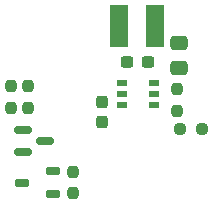
<source format=gbr>
%TF.GenerationSoftware,KiCad,Pcbnew,7.0.11-2.fc38*%
%TF.CreationDate,2024-04-05T10:11:15+02:00*%
%TF.ProjectId,WLED_Board,574c4544-5f42-46f6-9172-642e6b696361,rev?*%
%TF.SameCoordinates,Original*%
%TF.FileFunction,Paste,Bot*%
%TF.FilePolarity,Positive*%
%FSLAX46Y46*%
G04 Gerber Fmt 4.6, Leading zero omitted, Abs format (unit mm)*
G04 Created by KiCad (PCBNEW 7.0.11-2.fc38) date 2024-04-05 10:11:15*
%MOMM*%
%LPD*%
G01*
G04 APERTURE LIST*
G04 Aperture macros list*
%AMRoundRect*
0 Rectangle with rounded corners*
0 $1 Rounding radius*
0 $2 $3 $4 $5 $6 $7 $8 $9 X,Y pos of 4 corners*
0 Add a 4 corners polygon primitive as box body*
4,1,4,$2,$3,$4,$5,$6,$7,$8,$9,$2,$3,0*
0 Add four circle primitives for the rounded corners*
1,1,$1+$1,$2,$3*
1,1,$1+$1,$4,$5*
1,1,$1+$1,$6,$7*
1,1,$1+$1,$8,$9*
0 Add four rect primitives between the rounded corners*
20,1,$1+$1,$2,$3,$4,$5,0*
20,1,$1+$1,$4,$5,$6,$7,0*
20,1,$1+$1,$6,$7,$8,$9,0*
20,1,$1+$1,$8,$9,$2,$3,0*%
G04 Aperture macros list end*
%ADD10R,1.500000X3.600000*%
%ADD11RoundRect,0.150000X-0.587500X-0.150000X0.587500X-0.150000X0.587500X0.150000X-0.587500X0.150000X0*%
%ADD12R,0.972299X0.558000*%
%ADD13RoundRect,0.237500X0.237500X-0.250000X0.237500X0.250000X-0.237500X0.250000X-0.237500X-0.250000X0*%
%ADD14RoundRect,0.250000X0.475000X-0.337500X0.475000X0.337500X-0.475000X0.337500X-0.475000X-0.337500X0*%
%ADD15RoundRect,0.162500X0.447500X0.162500X-0.447500X0.162500X-0.447500X-0.162500X0.447500X-0.162500X0*%
%ADD16RoundRect,0.237500X0.237500X-0.300000X0.237500X0.300000X-0.237500X0.300000X-0.237500X-0.300000X0*%
%ADD17RoundRect,0.237500X0.250000X0.237500X-0.250000X0.237500X-0.250000X-0.237500X0.250000X-0.237500X0*%
%ADD18RoundRect,0.237500X0.300000X0.237500X-0.300000X0.237500X-0.300000X-0.237500X0.300000X-0.237500X0*%
%ADD19RoundRect,0.237500X-0.237500X0.250000X-0.237500X-0.250000X0.237500X-0.250000X0.237500X0.250000X0*%
G04 APERTURE END LIST*
D10*
%TO.C,L1*%
X99474999Y-101750000D03*
X96424999Y-101750000D03*
%TD*%
D11*
%TO.C,Q1*%
X88312500Y-112450000D03*
X88312500Y-110550000D03*
X90187500Y-111500000D03*
%TD*%
D12*
%TO.C,U1*%
X99362451Y-106549999D03*
X99362451Y-107500000D03*
X99362451Y-108450001D03*
X96637549Y-108450001D03*
X96637549Y-107500000D03*
X96637549Y-106549999D03*
%TD*%
D13*
%TO.C,R2*%
X101362451Y-108912500D03*
X101362451Y-107087500D03*
%TD*%
D14*
%TO.C,C1*%
X101500000Y-105287500D03*
X101500000Y-103212500D03*
%TD*%
D15*
%TO.C,Q2*%
X90810000Y-114050000D03*
X90810000Y-115950000D03*
X88190000Y-115000000D03*
%TD*%
D16*
%TO.C,C3*%
X95000000Y-109862500D03*
X95000000Y-108137500D03*
%TD*%
D17*
%TO.C,R1*%
X103412499Y-110450001D03*
X101587499Y-110450001D03*
%TD*%
D18*
%TO.C,C2*%
X98862500Y-104750000D03*
X97137500Y-104750000D03*
%TD*%
D19*
%TO.C,R4*%
X87250000Y-106837500D03*
X87250000Y-108662500D03*
%TD*%
D13*
%TO.C,R5*%
X88750000Y-108662500D03*
X88750000Y-106837500D03*
%TD*%
%TO.C,R6*%
X92500000Y-115912500D03*
X92500000Y-114087500D03*
%TD*%
M02*

</source>
